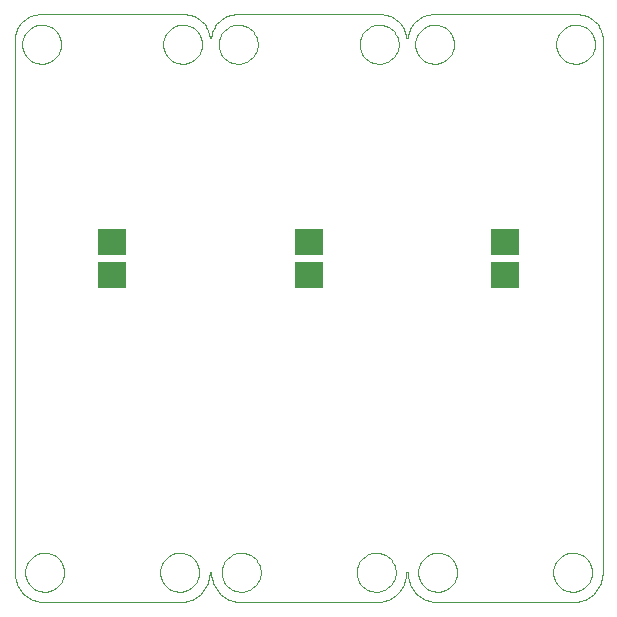
<source format=gbp>
G75*
G70*
%OFA0B0*%
%FSLAX24Y24*%
%IPPOS*%
%LPD*%
%AMOC8*
5,1,8,0,0,1.08239X$1,22.5*
%
%ADD10C,0.0010*%
%ADD11C,0.0000*%
%ADD12R,0.0250X0.0500*%
%ADD13R,0.0960X0.0900*%
D10*
X000730Y001380D02*
X000732Y001430D01*
X000738Y001480D01*
X000748Y001530D01*
X000761Y001578D01*
X000778Y001626D01*
X000799Y001672D01*
X000823Y001716D01*
X000851Y001758D01*
X000882Y001798D01*
X000916Y001835D01*
X000953Y001870D01*
X000992Y001901D01*
X001033Y001930D01*
X001077Y001955D01*
X001123Y001977D01*
X001170Y001995D01*
X001218Y002009D01*
X001267Y002020D01*
X001317Y002027D01*
X001367Y002030D01*
X001418Y002029D01*
X001468Y002024D01*
X001518Y002015D01*
X001566Y002003D01*
X001614Y001986D01*
X001660Y001966D01*
X001705Y001943D01*
X001748Y001916D01*
X001788Y001886D01*
X001826Y001853D01*
X001861Y001817D01*
X001894Y001778D01*
X001923Y001737D01*
X001949Y001694D01*
X001972Y001649D01*
X001991Y001602D01*
X002006Y001554D01*
X002018Y001505D01*
X002026Y001455D01*
X002030Y001405D01*
X002030Y001355D01*
X002026Y001305D01*
X002018Y001255D01*
X002006Y001206D01*
X001991Y001158D01*
X001972Y001111D01*
X001949Y001066D01*
X001923Y001023D01*
X001894Y000982D01*
X001861Y000943D01*
X001826Y000907D01*
X001788Y000874D01*
X001748Y000844D01*
X001705Y000817D01*
X001660Y000794D01*
X001614Y000774D01*
X001566Y000757D01*
X001518Y000745D01*
X001468Y000736D01*
X001418Y000731D01*
X001367Y000730D01*
X001317Y000733D01*
X001267Y000740D01*
X001218Y000751D01*
X001170Y000765D01*
X001123Y000783D01*
X001077Y000805D01*
X001033Y000830D01*
X000992Y000859D01*
X000953Y000890D01*
X000916Y000925D01*
X000882Y000962D01*
X000851Y001002D01*
X000823Y001044D01*
X000799Y001088D01*
X000778Y001134D01*
X000761Y001182D01*
X000748Y001230D01*
X000738Y001280D01*
X000732Y001330D01*
X000730Y001380D01*
X005230Y001380D02*
X005232Y001430D01*
X005238Y001480D01*
X005248Y001530D01*
X005261Y001578D01*
X005278Y001626D01*
X005299Y001672D01*
X005323Y001716D01*
X005351Y001758D01*
X005382Y001798D01*
X005416Y001835D01*
X005453Y001870D01*
X005492Y001901D01*
X005533Y001930D01*
X005577Y001955D01*
X005623Y001977D01*
X005670Y001995D01*
X005718Y002009D01*
X005767Y002020D01*
X005817Y002027D01*
X005867Y002030D01*
X005918Y002029D01*
X005968Y002024D01*
X006018Y002015D01*
X006066Y002003D01*
X006114Y001986D01*
X006160Y001966D01*
X006205Y001943D01*
X006248Y001916D01*
X006288Y001886D01*
X006326Y001853D01*
X006361Y001817D01*
X006394Y001778D01*
X006423Y001737D01*
X006449Y001694D01*
X006472Y001649D01*
X006491Y001602D01*
X006506Y001554D01*
X006518Y001505D01*
X006526Y001455D01*
X006530Y001405D01*
X006530Y001355D01*
X006526Y001305D01*
X006518Y001255D01*
X006506Y001206D01*
X006491Y001158D01*
X006472Y001111D01*
X006449Y001066D01*
X006423Y001023D01*
X006394Y000982D01*
X006361Y000943D01*
X006326Y000907D01*
X006288Y000874D01*
X006248Y000844D01*
X006205Y000817D01*
X006160Y000794D01*
X006114Y000774D01*
X006066Y000757D01*
X006018Y000745D01*
X005968Y000736D01*
X005918Y000731D01*
X005867Y000730D01*
X005817Y000733D01*
X005767Y000740D01*
X005718Y000751D01*
X005670Y000765D01*
X005623Y000783D01*
X005577Y000805D01*
X005533Y000830D01*
X005492Y000859D01*
X005453Y000890D01*
X005416Y000925D01*
X005382Y000962D01*
X005351Y001002D01*
X005323Y001044D01*
X005299Y001088D01*
X005278Y001134D01*
X005261Y001182D01*
X005248Y001230D01*
X005238Y001280D01*
X005232Y001330D01*
X005230Y001380D01*
X007280Y001380D02*
X007282Y001430D01*
X007288Y001480D01*
X007298Y001530D01*
X007311Y001578D01*
X007328Y001626D01*
X007349Y001672D01*
X007373Y001716D01*
X007401Y001758D01*
X007432Y001798D01*
X007466Y001835D01*
X007503Y001870D01*
X007542Y001901D01*
X007583Y001930D01*
X007627Y001955D01*
X007673Y001977D01*
X007720Y001995D01*
X007768Y002009D01*
X007817Y002020D01*
X007867Y002027D01*
X007917Y002030D01*
X007968Y002029D01*
X008018Y002024D01*
X008068Y002015D01*
X008116Y002003D01*
X008164Y001986D01*
X008210Y001966D01*
X008255Y001943D01*
X008298Y001916D01*
X008338Y001886D01*
X008376Y001853D01*
X008411Y001817D01*
X008444Y001778D01*
X008473Y001737D01*
X008499Y001694D01*
X008522Y001649D01*
X008541Y001602D01*
X008556Y001554D01*
X008568Y001505D01*
X008576Y001455D01*
X008580Y001405D01*
X008580Y001355D01*
X008576Y001305D01*
X008568Y001255D01*
X008556Y001206D01*
X008541Y001158D01*
X008522Y001111D01*
X008499Y001066D01*
X008473Y001023D01*
X008444Y000982D01*
X008411Y000943D01*
X008376Y000907D01*
X008338Y000874D01*
X008298Y000844D01*
X008255Y000817D01*
X008210Y000794D01*
X008164Y000774D01*
X008116Y000757D01*
X008068Y000745D01*
X008018Y000736D01*
X007968Y000731D01*
X007917Y000730D01*
X007867Y000733D01*
X007817Y000740D01*
X007768Y000751D01*
X007720Y000765D01*
X007673Y000783D01*
X007627Y000805D01*
X007583Y000830D01*
X007542Y000859D01*
X007503Y000890D01*
X007466Y000925D01*
X007432Y000962D01*
X007401Y001002D01*
X007373Y001044D01*
X007349Y001088D01*
X007328Y001134D01*
X007311Y001182D01*
X007298Y001230D01*
X007288Y001280D01*
X007282Y001330D01*
X007280Y001380D01*
X011780Y001380D02*
X011782Y001430D01*
X011788Y001480D01*
X011798Y001530D01*
X011811Y001578D01*
X011828Y001626D01*
X011849Y001672D01*
X011873Y001716D01*
X011901Y001758D01*
X011932Y001798D01*
X011966Y001835D01*
X012003Y001870D01*
X012042Y001901D01*
X012083Y001930D01*
X012127Y001955D01*
X012173Y001977D01*
X012220Y001995D01*
X012268Y002009D01*
X012317Y002020D01*
X012367Y002027D01*
X012417Y002030D01*
X012468Y002029D01*
X012518Y002024D01*
X012568Y002015D01*
X012616Y002003D01*
X012664Y001986D01*
X012710Y001966D01*
X012755Y001943D01*
X012798Y001916D01*
X012838Y001886D01*
X012876Y001853D01*
X012911Y001817D01*
X012944Y001778D01*
X012973Y001737D01*
X012999Y001694D01*
X013022Y001649D01*
X013041Y001602D01*
X013056Y001554D01*
X013068Y001505D01*
X013076Y001455D01*
X013080Y001405D01*
X013080Y001355D01*
X013076Y001305D01*
X013068Y001255D01*
X013056Y001206D01*
X013041Y001158D01*
X013022Y001111D01*
X012999Y001066D01*
X012973Y001023D01*
X012944Y000982D01*
X012911Y000943D01*
X012876Y000907D01*
X012838Y000874D01*
X012798Y000844D01*
X012755Y000817D01*
X012710Y000794D01*
X012664Y000774D01*
X012616Y000757D01*
X012568Y000745D01*
X012518Y000736D01*
X012468Y000731D01*
X012417Y000730D01*
X012367Y000733D01*
X012317Y000740D01*
X012268Y000751D01*
X012220Y000765D01*
X012173Y000783D01*
X012127Y000805D01*
X012083Y000830D01*
X012042Y000859D01*
X012003Y000890D01*
X011966Y000925D01*
X011932Y000962D01*
X011901Y001002D01*
X011873Y001044D01*
X011849Y001088D01*
X011828Y001134D01*
X011811Y001182D01*
X011798Y001230D01*
X011788Y001280D01*
X011782Y001330D01*
X011780Y001380D01*
X013830Y001380D02*
X013832Y001430D01*
X013838Y001480D01*
X013848Y001530D01*
X013861Y001578D01*
X013878Y001626D01*
X013899Y001672D01*
X013923Y001716D01*
X013951Y001758D01*
X013982Y001798D01*
X014016Y001835D01*
X014053Y001870D01*
X014092Y001901D01*
X014133Y001930D01*
X014177Y001955D01*
X014223Y001977D01*
X014270Y001995D01*
X014318Y002009D01*
X014367Y002020D01*
X014417Y002027D01*
X014467Y002030D01*
X014518Y002029D01*
X014568Y002024D01*
X014618Y002015D01*
X014666Y002003D01*
X014714Y001986D01*
X014760Y001966D01*
X014805Y001943D01*
X014848Y001916D01*
X014888Y001886D01*
X014926Y001853D01*
X014961Y001817D01*
X014994Y001778D01*
X015023Y001737D01*
X015049Y001694D01*
X015072Y001649D01*
X015091Y001602D01*
X015106Y001554D01*
X015118Y001505D01*
X015126Y001455D01*
X015130Y001405D01*
X015130Y001355D01*
X015126Y001305D01*
X015118Y001255D01*
X015106Y001206D01*
X015091Y001158D01*
X015072Y001111D01*
X015049Y001066D01*
X015023Y001023D01*
X014994Y000982D01*
X014961Y000943D01*
X014926Y000907D01*
X014888Y000874D01*
X014848Y000844D01*
X014805Y000817D01*
X014760Y000794D01*
X014714Y000774D01*
X014666Y000757D01*
X014618Y000745D01*
X014568Y000736D01*
X014518Y000731D01*
X014467Y000730D01*
X014417Y000733D01*
X014367Y000740D01*
X014318Y000751D01*
X014270Y000765D01*
X014223Y000783D01*
X014177Y000805D01*
X014133Y000830D01*
X014092Y000859D01*
X014053Y000890D01*
X014016Y000925D01*
X013982Y000962D01*
X013951Y001002D01*
X013923Y001044D01*
X013899Y001088D01*
X013878Y001134D01*
X013861Y001182D01*
X013848Y001230D01*
X013838Y001280D01*
X013832Y001330D01*
X013830Y001380D01*
X018330Y001380D02*
X018332Y001430D01*
X018338Y001480D01*
X018348Y001530D01*
X018361Y001578D01*
X018378Y001626D01*
X018399Y001672D01*
X018423Y001716D01*
X018451Y001758D01*
X018482Y001798D01*
X018516Y001835D01*
X018553Y001870D01*
X018592Y001901D01*
X018633Y001930D01*
X018677Y001955D01*
X018723Y001977D01*
X018770Y001995D01*
X018818Y002009D01*
X018867Y002020D01*
X018917Y002027D01*
X018967Y002030D01*
X019018Y002029D01*
X019068Y002024D01*
X019118Y002015D01*
X019166Y002003D01*
X019214Y001986D01*
X019260Y001966D01*
X019305Y001943D01*
X019348Y001916D01*
X019388Y001886D01*
X019426Y001853D01*
X019461Y001817D01*
X019494Y001778D01*
X019523Y001737D01*
X019549Y001694D01*
X019572Y001649D01*
X019591Y001602D01*
X019606Y001554D01*
X019618Y001505D01*
X019626Y001455D01*
X019630Y001405D01*
X019630Y001355D01*
X019626Y001305D01*
X019618Y001255D01*
X019606Y001206D01*
X019591Y001158D01*
X019572Y001111D01*
X019549Y001066D01*
X019523Y001023D01*
X019494Y000982D01*
X019461Y000943D01*
X019426Y000907D01*
X019388Y000874D01*
X019348Y000844D01*
X019305Y000817D01*
X019260Y000794D01*
X019214Y000774D01*
X019166Y000757D01*
X019118Y000745D01*
X019068Y000736D01*
X019018Y000731D01*
X018967Y000730D01*
X018917Y000733D01*
X018867Y000740D01*
X018818Y000751D01*
X018770Y000765D01*
X018723Y000783D01*
X018677Y000805D01*
X018633Y000830D01*
X018592Y000859D01*
X018553Y000890D01*
X018516Y000925D01*
X018482Y000962D01*
X018451Y001002D01*
X018423Y001044D01*
X018399Y001088D01*
X018378Y001134D01*
X018361Y001182D01*
X018348Y001230D01*
X018338Y001280D01*
X018332Y001330D01*
X018330Y001380D01*
X018430Y018980D02*
X018432Y019030D01*
X018438Y019080D01*
X018448Y019130D01*
X018461Y019178D01*
X018478Y019226D01*
X018499Y019272D01*
X018523Y019316D01*
X018551Y019358D01*
X018582Y019398D01*
X018616Y019435D01*
X018653Y019470D01*
X018692Y019501D01*
X018733Y019530D01*
X018777Y019555D01*
X018823Y019577D01*
X018870Y019595D01*
X018918Y019609D01*
X018967Y019620D01*
X019017Y019627D01*
X019067Y019630D01*
X019118Y019629D01*
X019168Y019624D01*
X019218Y019615D01*
X019266Y019603D01*
X019314Y019586D01*
X019360Y019566D01*
X019405Y019543D01*
X019448Y019516D01*
X019488Y019486D01*
X019526Y019453D01*
X019561Y019417D01*
X019594Y019378D01*
X019623Y019337D01*
X019649Y019294D01*
X019672Y019249D01*
X019691Y019202D01*
X019706Y019154D01*
X019718Y019105D01*
X019726Y019055D01*
X019730Y019005D01*
X019730Y018955D01*
X019726Y018905D01*
X019718Y018855D01*
X019706Y018806D01*
X019691Y018758D01*
X019672Y018711D01*
X019649Y018666D01*
X019623Y018623D01*
X019594Y018582D01*
X019561Y018543D01*
X019526Y018507D01*
X019488Y018474D01*
X019448Y018444D01*
X019405Y018417D01*
X019360Y018394D01*
X019314Y018374D01*
X019266Y018357D01*
X019218Y018345D01*
X019168Y018336D01*
X019118Y018331D01*
X019067Y018330D01*
X019017Y018333D01*
X018967Y018340D01*
X018918Y018351D01*
X018870Y018365D01*
X018823Y018383D01*
X018777Y018405D01*
X018733Y018430D01*
X018692Y018459D01*
X018653Y018490D01*
X018616Y018525D01*
X018582Y018562D01*
X018551Y018602D01*
X018523Y018644D01*
X018499Y018688D01*
X018478Y018734D01*
X018461Y018782D01*
X018448Y018830D01*
X018438Y018880D01*
X018432Y018930D01*
X018430Y018980D01*
X013730Y018980D02*
X013732Y019030D01*
X013738Y019080D01*
X013748Y019130D01*
X013761Y019178D01*
X013778Y019226D01*
X013799Y019272D01*
X013823Y019316D01*
X013851Y019358D01*
X013882Y019398D01*
X013916Y019435D01*
X013953Y019470D01*
X013992Y019501D01*
X014033Y019530D01*
X014077Y019555D01*
X014123Y019577D01*
X014170Y019595D01*
X014218Y019609D01*
X014267Y019620D01*
X014317Y019627D01*
X014367Y019630D01*
X014418Y019629D01*
X014468Y019624D01*
X014518Y019615D01*
X014566Y019603D01*
X014614Y019586D01*
X014660Y019566D01*
X014705Y019543D01*
X014748Y019516D01*
X014788Y019486D01*
X014826Y019453D01*
X014861Y019417D01*
X014894Y019378D01*
X014923Y019337D01*
X014949Y019294D01*
X014972Y019249D01*
X014991Y019202D01*
X015006Y019154D01*
X015018Y019105D01*
X015026Y019055D01*
X015030Y019005D01*
X015030Y018955D01*
X015026Y018905D01*
X015018Y018855D01*
X015006Y018806D01*
X014991Y018758D01*
X014972Y018711D01*
X014949Y018666D01*
X014923Y018623D01*
X014894Y018582D01*
X014861Y018543D01*
X014826Y018507D01*
X014788Y018474D01*
X014748Y018444D01*
X014705Y018417D01*
X014660Y018394D01*
X014614Y018374D01*
X014566Y018357D01*
X014518Y018345D01*
X014468Y018336D01*
X014418Y018331D01*
X014367Y018330D01*
X014317Y018333D01*
X014267Y018340D01*
X014218Y018351D01*
X014170Y018365D01*
X014123Y018383D01*
X014077Y018405D01*
X014033Y018430D01*
X013992Y018459D01*
X013953Y018490D01*
X013916Y018525D01*
X013882Y018562D01*
X013851Y018602D01*
X013823Y018644D01*
X013799Y018688D01*
X013778Y018734D01*
X013761Y018782D01*
X013748Y018830D01*
X013738Y018880D01*
X013732Y018930D01*
X013730Y018980D01*
X011880Y018980D02*
X011882Y019030D01*
X011888Y019080D01*
X011898Y019130D01*
X011911Y019178D01*
X011928Y019226D01*
X011949Y019272D01*
X011973Y019316D01*
X012001Y019358D01*
X012032Y019398D01*
X012066Y019435D01*
X012103Y019470D01*
X012142Y019501D01*
X012183Y019530D01*
X012227Y019555D01*
X012273Y019577D01*
X012320Y019595D01*
X012368Y019609D01*
X012417Y019620D01*
X012467Y019627D01*
X012517Y019630D01*
X012568Y019629D01*
X012618Y019624D01*
X012668Y019615D01*
X012716Y019603D01*
X012764Y019586D01*
X012810Y019566D01*
X012855Y019543D01*
X012898Y019516D01*
X012938Y019486D01*
X012976Y019453D01*
X013011Y019417D01*
X013044Y019378D01*
X013073Y019337D01*
X013099Y019294D01*
X013122Y019249D01*
X013141Y019202D01*
X013156Y019154D01*
X013168Y019105D01*
X013176Y019055D01*
X013180Y019005D01*
X013180Y018955D01*
X013176Y018905D01*
X013168Y018855D01*
X013156Y018806D01*
X013141Y018758D01*
X013122Y018711D01*
X013099Y018666D01*
X013073Y018623D01*
X013044Y018582D01*
X013011Y018543D01*
X012976Y018507D01*
X012938Y018474D01*
X012898Y018444D01*
X012855Y018417D01*
X012810Y018394D01*
X012764Y018374D01*
X012716Y018357D01*
X012668Y018345D01*
X012618Y018336D01*
X012568Y018331D01*
X012517Y018330D01*
X012467Y018333D01*
X012417Y018340D01*
X012368Y018351D01*
X012320Y018365D01*
X012273Y018383D01*
X012227Y018405D01*
X012183Y018430D01*
X012142Y018459D01*
X012103Y018490D01*
X012066Y018525D01*
X012032Y018562D01*
X012001Y018602D01*
X011973Y018644D01*
X011949Y018688D01*
X011928Y018734D01*
X011911Y018782D01*
X011898Y018830D01*
X011888Y018880D01*
X011882Y018930D01*
X011880Y018980D01*
X007180Y018980D02*
X007182Y019030D01*
X007188Y019080D01*
X007198Y019130D01*
X007211Y019178D01*
X007228Y019226D01*
X007249Y019272D01*
X007273Y019316D01*
X007301Y019358D01*
X007332Y019398D01*
X007366Y019435D01*
X007403Y019470D01*
X007442Y019501D01*
X007483Y019530D01*
X007527Y019555D01*
X007573Y019577D01*
X007620Y019595D01*
X007668Y019609D01*
X007717Y019620D01*
X007767Y019627D01*
X007817Y019630D01*
X007868Y019629D01*
X007918Y019624D01*
X007968Y019615D01*
X008016Y019603D01*
X008064Y019586D01*
X008110Y019566D01*
X008155Y019543D01*
X008198Y019516D01*
X008238Y019486D01*
X008276Y019453D01*
X008311Y019417D01*
X008344Y019378D01*
X008373Y019337D01*
X008399Y019294D01*
X008422Y019249D01*
X008441Y019202D01*
X008456Y019154D01*
X008468Y019105D01*
X008476Y019055D01*
X008480Y019005D01*
X008480Y018955D01*
X008476Y018905D01*
X008468Y018855D01*
X008456Y018806D01*
X008441Y018758D01*
X008422Y018711D01*
X008399Y018666D01*
X008373Y018623D01*
X008344Y018582D01*
X008311Y018543D01*
X008276Y018507D01*
X008238Y018474D01*
X008198Y018444D01*
X008155Y018417D01*
X008110Y018394D01*
X008064Y018374D01*
X008016Y018357D01*
X007968Y018345D01*
X007918Y018336D01*
X007868Y018331D01*
X007817Y018330D01*
X007767Y018333D01*
X007717Y018340D01*
X007668Y018351D01*
X007620Y018365D01*
X007573Y018383D01*
X007527Y018405D01*
X007483Y018430D01*
X007442Y018459D01*
X007403Y018490D01*
X007366Y018525D01*
X007332Y018562D01*
X007301Y018602D01*
X007273Y018644D01*
X007249Y018688D01*
X007228Y018734D01*
X007211Y018782D01*
X007198Y018830D01*
X007188Y018880D01*
X007182Y018930D01*
X007180Y018980D01*
X005330Y018980D02*
X005332Y019030D01*
X005338Y019080D01*
X005348Y019130D01*
X005361Y019178D01*
X005378Y019226D01*
X005399Y019272D01*
X005423Y019316D01*
X005451Y019358D01*
X005482Y019398D01*
X005516Y019435D01*
X005553Y019470D01*
X005592Y019501D01*
X005633Y019530D01*
X005677Y019555D01*
X005723Y019577D01*
X005770Y019595D01*
X005818Y019609D01*
X005867Y019620D01*
X005917Y019627D01*
X005967Y019630D01*
X006018Y019629D01*
X006068Y019624D01*
X006118Y019615D01*
X006166Y019603D01*
X006214Y019586D01*
X006260Y019566D01*
X006305Y019543D01*
X006348Y019516D01*
X006388Y019486D01*
X006426Y019453D01*
X006461Y019417D01*
X006494Y019378D01*
X006523Y019337D01*
X006549Y019294D01*
X006572Y019249D01*
X006591Y019202D01*
X006606Y019154D01*
X006618Y019105D01*
X006626Y019055D01*
X006630Y019005D01*
X006630Y018955D01*
X006626Y018905D01*
X006618Y018855D01*
X006606Y018806D01*
X006591Y018758D01*
X006572Y018711D01*
X006549Y018666D01*
X006523Y018623D01*
X006494Y018582D01*
X006461Y018543D01*
X006426Y018507D01*
X006388Y018474D01*
X006348Y018444D01*
X006305Y018417D01*
X006260Y018394D01*
X006214Y018374D01*
X006166Y018357D01*
X006118Y018345D01*
X006068Y018336D01*
X006018Y018331D01*
X005967Y018330D01*
X005917Y018333D01*
X005867Y018340D01*
X005818Y018351D01*
X005770Y018365D01*
X005723Y018383D01*
X005677Y018405D01*
X005633Y018430D01*
X005592Y018459D01*
X005553Y018490D01*
X005516Y018525D01*
X005482Y018562D01*
X005451Y018602D01*
X005423Y018644D01*
X005399Y018688D01*
X005378Y018734D01*
X005361Y018782D01*
X005348Y018830D01*
X005338Y018880D01*
X005332Y018930D01*
X005330Y018980D01*
X000630Y018980D02*
X000632Y019030D01*
X000638Y019080D01*
X000648Y019130D01*
X000661Y019178D01*
X000678Y019226D01*
X000699Y019272D01*
X000723Y019316D01*
X000751Y019358D01*
X000782Y019398D01*
X000816Y019435D01*
X000853Y019470D01*
X000892Y019501D01*
X000933Y019530D01*
X000977Y019555D01*
X001023Y019577D01*
X001070Y019595D01*
X001118Y019609D01*
X001167Y019620D01*
X001217Y019627D01*
X001267Y019630D01*
X001318Y019629D01*
X001368Y019624D01*
X001418Y019615D01*
X001466Y019603D01*
X001514Y019586D01*
X001560Y019566D01*
X001605Y019543D01*
X001648Y019516D01*
X001688Y019486D01*
X001726Y019453D01*
X001761Y019417D01*
X001794Y019378D01*
X001823Y019337D01*
X001849Y019294D01*
X001872Y019249D01*
X001891Y019202D01*
X001906Y019154D01*
X001918Y019105D01*
X001926Y019055D01*
X001930Y019005D01*
X001930Y018955D01*
X001926Y018905D01*
X001918Y018855D01*
X001906Y018806D01*
X001891Y018758D01*
X001872Y018711D01*
X001849Y018666D01*
X001823Y018623D01*
X001794Y018582D01*
X001761Y018543D01*
X001726Y018507D01*
X001688Y018474D01*
X001648Y018444D01*
X001605Y018417D01*
X001560Y018394D01*
X001514Y018374D01*
X001466Y018357D01*
X001418Y018345D01*
X001368Y018336D01*
X001318Y018331D01*
X001267Y018330D01*
X001217Y018333D01*
X001167Y018340D01*
X001118Y018351D01*
X001070Y018365D01*
X001023Y018383D01*
X000977Y018405D01*
X000933Y018430D01*
X000892Y018459D01*
X000853Y018490D01*
X000816Y018525D01*
X000782Y018562D01*
X000751Y018602D01*
X000723Y018644D01*
X000699Y018688D01*
X000678Y018734D01*
X000661Y018782D01*
X000648Y018830D01*
X000638Y018880D01*
X000632Y018930D01*
X000630Y018980D01*
D11*
X000380Y019180D02*
X000380Y001380D01*
X000382Y001320D01*
X000387Y001259D01*
X000396Y001200D01*
X000409Y001141D01*
X000425Y001082D01*
X000445Y001025D01*
X000468Y000970D01*
X000495Y000915D01*
X000524Y000863D01*
X000557Y000812D01*
X000593Y000763D01*
X000631Y000717D01*
X000673Y000673D01*
X000717Y000631D01*
X000763Y000593D01*
X000812Y000557D01*
X000863Y000524D01*
X000915Y000495D01*
X000970Y000468D01*
X001025Y000445D01*
X001082Y000425D01*
X001141Y000409D01*
X001200Y000396D01*
X001259Y000387D01*
X001320Y000382D01*
X001380Y000380D01*
X005880Y000380D01*
X005940Y000382D01*
X006001Y000387D01*
X006060Y000396D01*
X006119Y000409D01*
X006178Y000425D01*
X006235Y000445D01*
X006290Y000468D01*
X006345Y000495D01*
X006397Y000524D01*
X006448Y000557D01*
X006497Y000593D01*
X006543Y000631D01*
X006587Y000673D01*
X006629Y000717D01*
X006667Y000763D01*
X006703Y000812D01*
X006736Y000863D01*
X006765Y000915D01*
X006792Y000970D01*
X006815Y001025D01*
X006835Y001082D01*
X006851Y001141D01*
X006864Y001200D01*
X006873Y001259D01*
X006878Y001320D01*
X006880Y001380D01*
X006930Y001380D01*
X006932Y001320D01*
X006937Y001259D01*
X006946Y001200D01*
X006959Y001141D01*
X006975Y001082D01*
X006995Y001025D01*
X007018Y000970D01*
X007045Y000915D01*
X007074Y000863D01*
X007107Y000812D01*
X007143Y000763D01*
X007181Y000717D01*
X007223Y000673D01*
X007267Y000631D01*
X007313Y000593D01*
X007362Y000557D01*
X007413Y000524D01*
X007465Y000495D01*
X007520Y000468D01*
X007575Y000445D01*
X007632Y000425D01*
X007691Y000409D01*
X007750Y000396D01*
X007809Y000387D01*
X007870Y000382D01*
X007930Y000380D01*
X012430Y000380D01*
X012490Y000382D01*
X012551Y000387D01*
X012610Y000396D01*
X012669Y000409D01*
X012728Y000425D01*
X012785Y000445D01*
X012840Y000468D01*
X012895Y000495D01*
X012947Y000524D01*
X012998Y000557D01*
X013047Y000593D01*
X013093Y000631D01*
X013137Y000673D01*
X013179Y000717D01*
X013217Y000763D01*
X013253Y000812D01*
X013286Y000863D01*
X013315Y000915D01*
X013342Y000970D01*
X013365Y001025D01*
X013385Y001082D01*
X013401Y001141D01*
X013414Y001200D01*
X013423Y001259D01*
X013428Y001320D01*
X013430Y001380D01*
X013480Y001380D01*
X013482Y001320D01*
X013487Y001259D01*
X013496Y001200D01*
X013509Y001141D01*
X013525Y001082D01*
X013545Y001025D01*
X013568Y000970D01*
X013595Y000915D01*
X013624Y000863D01*
X013657Y000812D01*
X013693Y000763D01*
X013731Y000717D01*
X013773Y000673D01*
X013817Y000631D01*
X013863Y000593D01*
X013912Y000557D01*
X013963Y000524D01*
X014015Y000495D01*
X014070Y000468D01*
X014125Y000445D01*
X014182Y000425D01*
X014241Y000409D01*
X014300Y000396D01*
X014359Y000387D01*
X014420Y000382D01*
X014480Y000380D01*
X018980Y000380D01*
X019040Y000382D01*
X019101Y000387D01*
X019160Y000396D01*
X019219Y000409D01*
X019278Y000425D01*
X019335Y000445D01*
X019390Y000468D01*
X019445Y000495D01*
X019497Y000524D01*
X019548Y000557D01*
X019597Y000593D01*
X019643Y000631D01*
X019687Y000673D01*
X019729Y000717D01*
X019767Y000763D01*
X019803Y000812D01*
X019836Y000863D01*
X019865Y000915D01*
X019892Y000970D01*
X019915Y001025D01*
X019935Y001082D01*
X019951Y001141D01*
X019964Y001200D01*
X019973Y001259D01*
X019978Y001320D01*
X019980Y001380D01*
X019980Y019180D01*
X019974Y019235D01*
X019966Y019290D01*
X019953Y019345D01*
X019938Y019398D01*
X019918Y019450D01*
X019896Y019501D01*
X019870Y019551D01*
X019841Y019598D01*
X019809Y019644D01*
X019774Y019687D01*
X019736Y019728D01*
X019695Y019766D01*
X019653Y019802D01*
X019608Y019834D01*
X019560Y019864D01*
X019511Y019891D01*
X019461Y019914D01*
X019409Y019934D01*
X019356Y019951D01*
X019302Y019964D01*
X019247Y019973D01*
X019191Y019979D01*
X019136Y019981D01*
X019080Y019980D01*
X014380Y019980D01*
X013480Y019180D02*
X013430Y019180D01*
X013424Y019235D01*
X013416Y019290D01*
X013403Y019345D01*
X013388Y019398D01*
X013368Y019450D01*
X013346Y019501D01*
X013320Y019551D01*
X013291Y019598D01*
X013259Y019644D01*
X013224Y019687D01*
X013186Y019728D01*
X013145Y019766D01*
X013103Y019802D01*
X013058Y019834D01*
X013010Y019864D01*
X012961Y019891D01*
X012911Y019914D01*
X012859Y019934D01*
X012806Y019951D01*
X012752Y019964D01*
X012697Y019973D01*
X012641Y019979D01*
X012586Y019981D01*
X012530Y019980D01*
X007830Y019980D01*
X006930Y019180D02*
X006880Y019180D01*
X006874Y019235D01*
X006866Y019290D01*
X006853Y019345D01*
X006838Y019398D01*
X006818Y019450D01*
X006796Y019501D01*
X006770Y019551D01*
X006741Y019598D01*
X006709Y019644D01*
X006674Y019687D01*
X006636Y019728D01*
X006595Y019766D01*
X006553Y019802D01*
X006508Y019834D01*
X006460Y019864D01*
X006411Y019891D01*
X006361Y019914D01*
X006309Y019934D01*
X006256Y019951D01*
X006202Y019964D01*
X006147Y019973D01*
X006091Y019979D01*
X006036Y019981D01*
X005980Y019980D01*
X001280Y019980D01*
X001224Y019981D01*
X001169Y019979D01*
X001113Y019973D01*
X001058Y019964D01*
X001004Y019951D01*
X000951Y019934D01*
X000899Y019914D01*
X000849Y019891D01*
X000800Y019864D01*
X000752Y019834D01*
X000707Y019802D01*
X000665Y019766D01*
X000624Y019728D01*
X000586Y019687D01*
X000551Y019644D01*
X000519Y019598D01*
X000490Y019551D01*
X000464Y019501D01*
X000442Y019450D01*
X000422Y019398D01*
X000407Y019345D01*
X000394Y019290D01*
X000386Y019235D01*
X000380Y019180D01*
X006930Y019180D02*
X006936Y019235D01*
X006944Y019290D01*
X006957Y019345D01*
X006972Y019398D01*
X006992Y019450D01*
X007014Y019501D01*
X007040Y019551D01*
X007069Y019598D01*
X007101Y019644D01*
X007136Y019687D01*
X007174Y019728D01*
X007215Y019766D01*
X007257Y019802D01*
X007302Y019834D01*
X007350Y019864D01*
X007399Y019891D01*
X007449Y019914D01*
X007501Y019934D01*
X007554Y019951D01*
X007608Y019964D01*
X007663Y019973D01*
X007719Y019979D01*
X007774Y019981D01*
X007830Y019980D01*
X013480Y019180D02*
X013486Y019235D01*
X013494Y019290D01*
X013507Y019345D01*
X013522Y019398D01*
X013542Y019450D01*
X013564Y019501D01*
X013590Y019551D01*
X013619Y019598D01*
X013651Y019644D01*
X013686Y019687D01*
X013724Y019728D01*
X013765Y019766D01*
X013807Y019802D01*
X013852Y019834D01*
X013900Y019864D01*
X013949Y019891D01*
X013999Y019914D01*
X014051Y019934D01*
X014104Y019951D01*
X014158Y019964D01*
X014213Y019973D01*
X014269Y019979D01*
X014324Y019981D01*
X014380Y019980D01*
D12*
X016568Y012380D03*
X016892Y012380D03*
X016892Y011280D03*
X016568Y011280D03*
X010342Y011280D03*
X010018Y011280D03*
X010018Y012380D03*
X010342Y012380D03*
X003792Y012380D03*
X003468Y012380D03*
X003468Y011280D03*
X003792Y011280D03*
D13*
X003630Y011280D03*
X003630Y012380D03*
X010180Y012380D03*
X010180Y011280D03*
X016730Y011280D03*
X016730Y012380D03*
M02*

</source>
